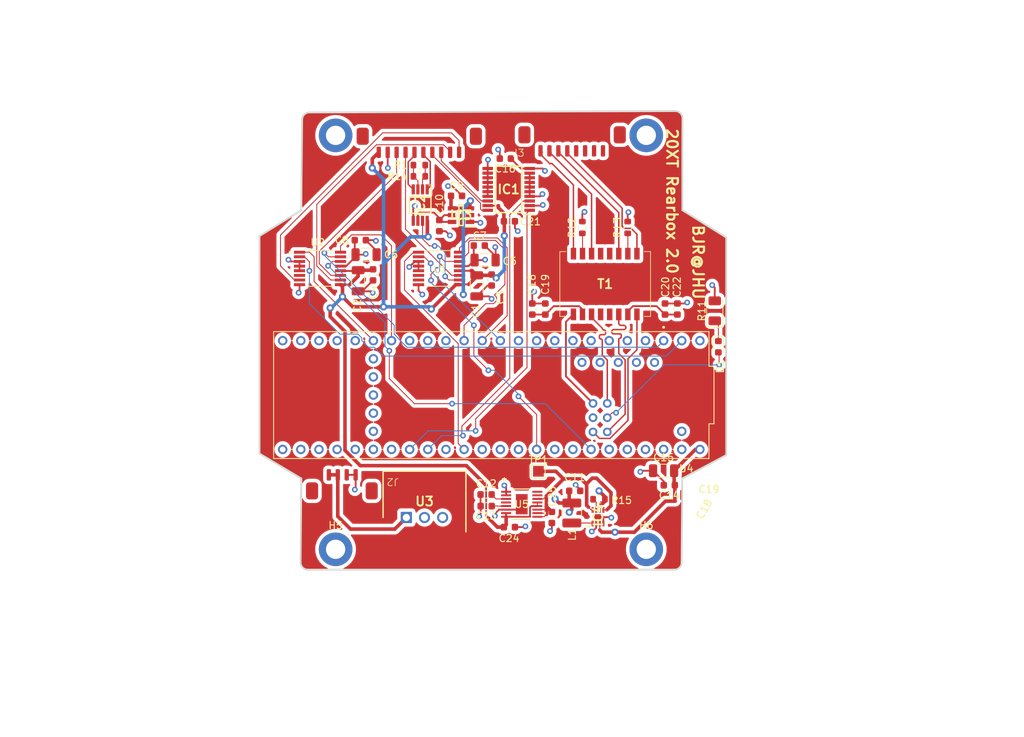
<source format=kicad_pcb>
(kicad_pcb (version 20221018) (generator pcbnew)
  (layers (0 "F.Cu" signal) (1 "In1.Cu" signal) (2 "In2.Cu" signal) (31 "B.Cu" signal) (34 "B.Paste" user) (35 "F.Paste" user) (36 "B.SilkS" user "B.Silkscreen") (37 "F.SilkS" user "F.Silkscreen") (38 "B.Mask" user) (39 "F.Mask" user) (44 "Edge.Cuts" user))
  (net 0 "")
  (net 1 "5vref")
  (net 2 "GND")
  (net 3 "5v")
  (net 4 "2.5v")
  (net 5 "Net-(U5-BYPASS)")
  (net 6 "Net-(U5-NR)")
  (net 7 "3v3")
  (net 8 "Net-(T1-TCT)")
  (net 9 "Net-(T1-RCT)")
  (net 10 "5.2v")
  (net 11 "Net-(D1-K)")
  (net 12 "Net-(D1-A)")
  (net 13 "Net-(IC1-A1)")
  (net 14 "Net-(IC1-A2)")
  (net 15 "hall1")
  (net 16 "hall2")
  (net 17 "sg-")
  (net 18 "Net-(IC2-RG_1)")
  (net 19 "Net-(IC2-RG_2)")
  (net 20 "sg+")
  (net 21 "sg")
  (net 22 "Net-(IC4-SW)")
  (net 23 "aux1")
  (net 24 "aux2")
  (net 25 "linpot1")
  (net 26 "linpot2")
  (net 27 "Net-(J2-Pin_1)")
  (net 32 "/Rx+")
  (net 33 "/Rx-")
  (net 34 "/Tx+")
  (net 35 "/Tx-")
  (net 36 "SCLK2")
  (net 37 "SCLK1")
  (net 38 "!CS2")
  (net 39 "SDI2")
  (net 40 "!CS1")
  (net 41 "SDI1")
  (net 42 "SDO2")
  (net 43 "drdy2")
  (net 44 "SDO1")
  (net 45 "drdy1")
  (net 46 "Net-(T1-CMT_2)")
  (net 47 "Net-(T1-CMT_1)")
  (net 48 "Td+")
  (net 49 "Td-")
  (net 52 "Rd+")
  (net 53 "Rd-")
  (net 65 "syncin1")
  (net 66 "syncin2")
  (net 67 "rst2")
  (net 68 "dout1")
  (net 69 "dclk1")
  (net 70 "dout2")
  (net 71 "dclk2")
  (net 100 "Net-(IC4-{slash}PG)")
  (footprint "Inductor_SMD:L_1210_3225Metric" (layer "F.Cu") (at 216.9668 97.106801 90)
    (fp_text reference "L1")
    (fp_text value "1uH")
  )
  (footprint "Capacitor_SMD:C_0603_1608Metric" (layer "F.Cu") (at 204.0128 59.6392 180)
    (fp_text reference "C7")
    (fp_text value "0.1u")
  )
  (footprint "MountingHole:MountingHole_2.7mm_M2.5_DIN965_Pad" (layer "F.Cu") (at 227.3954 102.196)
    (fp_text reference "H6")
    (fp_text value "MountingHole")
  )
  (footprint "Resistor_SMD:R_0603_1608Metric" (layer "F.Cu") (at 195.6186 49.9364 180)
    (fp_text reference "R14")
    (fp_text value "47")
  )
  (footprint "Capacitor_SMD:C_0603_1608Metric" (layer "F.Cu") (at 208.2292 56.2356)
    (fp_text reference "C21")
    (fp_text value "0.1uF")
  )
  (footprint "Capacitor_SMD:C_0603_1608Metric" (layer "F.Cu") (at 205.74 64.4652 90)
    (fp_text reference "C3")
    (fp_text value "0.1u")
  )
  (footprint "Capacitor_SMD:C_1206_3216Metric" (layer "F.Cu") (at 204.8256 61.6712)
    (fp_text reference "C5")
    (fp_text value "100u")
  )
  (footprint "Capacitor_SMD:C_1206_3216Metric" (layer "F.Cu") (at 203.6572 65.2798 -90)
    (fp_text reference "C1")
    (fp_text value "100u")
  )
  (footprint "Capacitor_SMD:C_0603_1608Metric" (layer "F.Cu") (at 204.965 94.516001 180)
    (fp_text reference "C12")
    (fp_text value "1 uF")
  )
  (footprint "Capacitor_SMD:C_0603_1608Metric" (layer "F.Cu") (at 198.4248 56.8452 -90)
    (fp_text reference "C10")
    (fp_text value "0.1uF")
  )
  (footprint "wireless_strain_gauge_v2:SOP65P640X120-16N" (layer "F.Cu") (at 198.374 62.8396)
    (fp_text reference "U1")
    (fp_text value "ADS1120IPWR")
  )
  (footprint "Capacitor_SMD:C_0603_1608Metric" (layer "F.Cu") (at 230.0224 68.5292 -90)
    (fp_text reference "C20")
    (fp_text value "1uF")
  )
  (footprint "Capacitor_SMD:C_1206_3216Metric" (layer "F.Cu") (at 188.1632 60.9092)
    (fp_text reference "C6")
    (fp_text value "100u")
  )
  (footprint "mainboxfp:SOT95P280X145-6N" (layer "F.Cu") (at 201.4528 55.372 180)
    (fp_text reference "IC3")
    (fp_text value "REF3425QDBVRQ1" hide)
  )
  (footprint "peripheralio:SMD_picoblade_hori_1x10" (layer "F.Cu") (at 186.8367 47.3689)
    (fp_text reference "J1" hide)
    (fp_text value "Conn_01x10")
  )
  (footprint "Capacitor_SMD:C_1206_3216Metric" (layer "F.Cu") (at 187.0456 64.5668 -90)
    (fp_text reference "C2")
    (fp_text value "100u")
  )
  (footprint "MountingHole:MountingHole_2.7mm_M2.5_DIN965_Pad" (layer "F.Cu") (at 183.8954 44.196)
    (fp_text reference "H2" hide)
    (fp_text value "MountingHole")
  )
  (footprint "mainboxfp:MSE_16_ADI" (layer "F.Cu") (at 209.9564 95.883601)
    (fp_text reference "U5")
    (fp_text value "LT6658AHMSE-5-PBF")
  )
  (footprint "Capacitor_SMD:C_0603_1608Metric" (layer "F.Cu") (at 214.1728 97.729401 -90)
    (fp_text reference "C25")
    (fp_text value "0.1 uF")
  )
  (footprint "wireless_strain_gauge_v2:SOP65P640X120-16N" (layer "F.Cu") (at 181.7116 62.8396)
    (fp_text reference "U2")
    (fp_text value "ADS1120IPWR")
  )
  (footprint "Capacitor_SMD:C_0603_1608Metric" (layer "F.Cu") (at 207.6574 47.4472 180)
    (fp_text reference "C16")
    (fp_text value "0.1uF")
  )
  (footprint "Resistor_SMD:R_0603_1608Metric" (layer "F.Cu") (at 220.7768 95.176401)
    (fp_text reference "R15")
    (fp_text value "1M")
  )
  (footprint "Capacitor_SMD:C_0603_1608Metric" (layer "F.Cu") (at 231.7496 68.5292 90)
    (fp_text reference "C22")
    (fp_text value "0.1uF")
  )
  (footprint "Capacitor_SMD:C_0603_1608Metric" (layer "F.Cu") (at 189.1284 63.741 90)
    (fp_text reference "C4")
    (fp_text value "0.1u")
  )
  (footprint "Capacitor_SMD:C_0603_1608Metric" (layer "F.Cu") (at 211.4296 68.5292 -90)
    (fp_text reference "C18")
    (fp_text value "1uF")
  )
  (footprint "MountingHole:MountingHole_2.7mm_M2.5_DIN965_Pad" (layer "F.Cu") (at 183.8954 102.196)
    (fp_text reference "H5")
    (fp_text value "MountingHole")
  )
  (footprint "Capacitor_SMD:C_0603_1608Metric" (layer "F.Cu") (at 200.8254 52.6796)
    (fp_text reference "C9")
    (fp_text value "0.1uF")
  )
  (footprint "Capacitor_SMD:C_1206_3216Metric" (layer "F.Cu") (at 229.8192 91.186)
    (fp_text reference "C15")
    (fp_text value "100uF")
  )
  (footprint "LED_SMD:LED_1206_3216Metric" (layer "F.Cu") (at 236.982 68.7832 90)
    (fp_text reference "R11")
    (fp_text value "330")
  )
  (footprint "Capacitor_SMD:C_0603_1608Metric" (layer "F.Cu") (at 217.3732 94.008001 180)
    (fp_text reference "C11")
    (fp_text value "4.7uF")
  )
  (footprint "wireless_strain_gauge_v2:SMD_picoblade_hori_1x04" (layer "F.Cu") (at 189.7987 90.9595 180)
    (fp_text reference "J2")
    (fp_text value "Conn_01x04")
  )
  (footprint "Capacitor_SMD:C_0603_1608Metric" (layer "F.Cu") (at 204.978 96.141601 180)
    (fp_text reference "C13")
    (fp_text value "0.1 uF")
  )
  (footprint "mainboxfp:SOP65P490X110-8N" (layer "F.Cu") (at 195.7422 53.9652 -90)
    (fp_text reference "IC2")
    (fp_text value "INA821ID" hide)
  )
  (footprint "Capacitor_SMD:C_0603_1608Metric" (layer "F.Cu") (at 230.619 93.218 180)
    (fp_text reference "C14")
    (fp_text value "0.1uF")
  )
  (footprint "mainboxfp:173010578" (layer "F.Cu") (at 193.802 97.7392)
    (fp_text reference "U3")
    (fp_text value "173010578" hide)
  )
  (footprint "peripheralio:SMD_picoblade_hori_1x08" (layer "F.Cu") (at 209.4835 47.1657)
    (fp_text reference "J3")
    (fp_text value "Conn_01x08")
  )
  (footprint "Magnetic_breakout:HX1188FNLT" (layer "F.Cu") (at 221.6404 65.024)
    (fp_text reference "T1")
    (fp_text value "HX1188FNLT" hide)
  )
  (footprint "MountingHole:MountingHole_2.7mm_M2.5_DIN965_Pad" (layer "F.Cu") (at 227.3955 44.1959)
    (fp_text reference "H4" hide)
    (fp_text value "MountingHole")
  )
  (footprint "mainboxfp:SON50P200X200X60-9N-D" (layer "F.Cu") (at 220.6364 97.630001 90)
    (fp_text reference "IC4")
    (fp_text value "MIC2876-5.5YMT-TR" hide)
  )
  (footprint "mainboxfp:SOP65P640X120-20N" (layer "F.Cu") (at 208.1276 51.7652 180)
    (fp_text reference "IC1")
    (fp_text value "TXB0108PWR" hide)
  )
  (footprint "Capacitor_SMD:C_0603_1608Metric" (layer "F.Cu") (at 208.2292 99.088001)
    (fp_text reference "C24")
    (fp_text value "1 uF")
  )
  (footprint "mainboxfp:MODULE_DEV-16771" (layer "F.Cu") (at 205.6948 80.5823 180)
    (fp_text reference "U4")
    (fp_text value "DEV-16771")
  )
  (footprint "Resistor_SMD:R_0603_1608Metric" (layer "F.Cu") (at 224.79 57.0992 90)
    (fp_text reference "R13")
    (fp_text value "75")
  )
  (footprint "Capacitor_SMD:C_0603_1608Metric" (layer "F.Cu") (at 213.2584 68.5292 90)
    (fp_text reference "C19")
    (fp_text value "0.1uF")
  )
  (footprint "Resistor_SMD:R_0603_1608Metric" (layer "F.Cu") (at 218.44 57.0992 90)
    (fp_text reference "R12")
    (fp_text value "75")
  )
  (footprint "Capacitor_SMD:C_0603_1608Metric" (layer "F.Cu") (at 187.3504 58.8772 180)
    (fp_text reference "C8")
    (fp_text value "0.1u")
  )
  (footprint "TestPoint:TestPoint_Pad_1.5x1.5mm" (layer "F.Cu") (at 212.2932 91.264801)
    (fp_text reference "TP1")
    (fp_text value "TestPoint")
  )
  (footprint "LED_SMD:LED_0603_1608Metric" (layer "F.Cu") (at 237.49 73.8124 -90)
    (fp_text reference "D1")
    (fp_text value "LED")
  )
  (footprint "Resistor_SMD:R_0603_1608Metric" (layer "F.Cu") (at 195.6186 48.3616 180)
    (fp_text reference "R1")
    (fp_text value "47")
  )
  (gr_line (start 238.5822 88.9889) (end 232.4354 92.2655) (stroke (width 0.25)) (layer "Edge.Cuts"))
  (gr_line (start 232.4354 46.127677) (end 232.4354 54.678972) (stroke (width 0.25)) (layer "Edge.Cuts"))
  (gr_line (start 179.0954 92.2655) (end 173.2534 88.7857) (stroke (width 0.25)) (layer "Edge.Cuts"))
  (gr_line (start 180.20938 40.991833) (end 231.452193 40.79625) (stroke (width 0.25)) (layer "Edge.Cuts"))
  (gr_arc (start 231.452193 40.79625) (mid 232.163429 41.089476) (end 232.455998 41.801003) (stroke (width 0.25)) (layer "Edge.Cuts"))
  (gr_line (start 238.5822 58.5089) (end 238.5822 88.9889) (stroke (width 0.25)) (layer "Edge.Cuts"))
  (gr_line (start 179.001816 104.033748) (end 179.0954 92.2655) (stroke (width 0.25)) (layer "Edge.Cuts"))
  (gr_line (start 231.341721 105.0417) (end 180.001784 105.0417) (stroke (width 0.25)) (layer "Edge.Cuts"))
  (gr_line (start 179.0954 54.678972) (end 179.21324 41.982545) (stroke (width 0.25)) (layer "Edge.Cuts"))
  (gr_line (start 232.4354 92.2655) (end 232.341689 104.049652) (stroke (width 0.25)) (layer "Edge.Cuts"))
  (gr_line (start 173.2534 58.3057) (end 179.0954 54.678972) (stroke (width 0.25)) (layer "Edge.Cuts"))
  (gr_line (start 232.4354 54.678972) (end 238.5822 58.5089) (stroke (width 0.25)) (layer "Edge.Cuts"))
  (gr_line (start 173.2534 88.7857) (end 173.2534 58.3057) (stroke (width 0.25)) (layer "Edge.Cuts"))
  (gr_arc (start 232.341689 104.049652) (mid 232.04601 104.751612) (end 231.341721 105.0417) (stroke (width 0.25)) (layer "Edge.Cuts"))
  (gr_line (start 232.455998 41.801003) (end 232.4354 46.127677) (stroke (width 0.25)) (layer "Edge.Cuts"))
  (gr_arc (start 179.21324 41.982545) (mid 179.508015 41.282772) (end 180.20938 40.991833) (stroke (width 0.25)) (layer "Edge.Cuts"))
  (gr_arc (start 180.001784 105.0417) (mid 179.291882 104.745984) (end 179.001816 104.033748) (stroke (width 0.25)) (layer "Edge.Cuts"))
  (gr_text "C19" (at 236.1692 93.7768) (layer "F.SilkS") (effects (font (size 1 1))))
  (gr_text "BJR@JHU" (at 233.7816 56.5912 -90) (layer "F.SilkS") (effects (font (size 1.5 1.5) (thickness 0.3) bold) (justify left bottom)))
  (gr_text "20XT Rearbox 2.0" (at 230.124 43.0784 270) (layer "F.SilkS") (effects (font (size 1.5 1.5) (thickness 0.3) bold) (justify left bottom)))
  (gr_text "C18" (at 235.5088 96.5708 60) (layer "F.SilkS") (effects (font (size 1 1))))
  (segment (start 202.5396 65.0748) (end 203.6572 63.9572) (width 0.5) (layer "F.Cu") (net 1))
  (segment (start 184.8612 65.3942) (end 184.5866 65.1196) (width 0.5) (layer "F.Cu") (net 1))
  (segment (start 205.2828 97.818001) (end 204.978 97.513201) (width 0.25) (layer "F.Cu") (net 1))
  (segment (start 207.4542 99.088001) (end 206.5528 99.088001) (width 0.5) (layer "F.Cu") (net 1))
  (segment (start 189.0026 63.0918) (end 189.1284 62.966) (width 0.5) (layer "F.Cu") (net 1))
  (segment (start 207.517 58.2676) (end 207.517 56.2984) (width 0.5) (layer "F.Cu") (net 1))
  (segment (start 200.7168 65.1196) (end 201.244 65.1196) (width 0.5) (layer "F.Cu") (net 1))
  (segment (start 206.6942 54.0402) (end 206.6942 54.3323) (width 0.5) (layer "F.Cu") (net 1))
  (segment (start 183.134 68.3768) (end 183.134 69.599546) (width 0.5) (layer "F.Cu") (net 1))
  (segment (start 211.3153 96.133601) (end 211.1173 96.331601) (width 0.25) (layer "F.Cu") (net 1))
  (segment (start 202.8444 63.1646) (end 201.244 63.1646) (width 0.25) (layer "F.Cu") (net 1))
  (segment (start 202.5396 65.0748) (end 201.2838 65.0748) (width 0.25) (layer "F.Cu") (net 1))
  (segment (start 212.1408 95.633601) (end 212.1408 96.133601) (width 0.127) (layer "F.Cu") (net 1))
  (segment (start 206.6942 54.3323) (end 207.4542 55.0923) (width 0.5) (layer "F.Cu") (net 1))
  (segment (start 206.6942 54.0402) (end 205.1896 54.0402) (width 0.25) (layer "F.Cu") (net 1))
  (segment (start 184.8612 66.802) (end 184.8612 65.3942) (width 0.5) (layer "F.Cu") (net 1))
  (segment (start 211.1173 97.614801) (end 211.098501 97.6336) (width 0.25) (layer "F.Cu") (net 1))
  (segment (start 184.8612 66.802) (end 186.277477 68.218277) (width 0.5) (layer "F.Cu") (net 1))
  (segment (start 196.856123 58.413877) (end 196.7422 58.299954) (width 0.5) (layer "F.Cu") (net 1))
  (segment (start 212.1408 96.133601) (end 211.3153 96.133601) (width 0.25) (layer "F.Cu") (net 1))
  (segment (start 189.0268 48.768) (end 189.0268 47.4788) (width 0.5) (layer "F.Cu") (net 1))
  (segment (start 186.277477 68.218277) (end 190.607723 68.218277) (width 0.5) (layer "F.Cu") (net 1))
  (segment (start 207.517 56.2984) (end 207.4542 56.2356) (width 0.5) (layer "F.Cu") (net 1))
  (segment (start 205.74 63.6902) (end 205.891368 63.6902) (width 0.5) (layer "F.Cu") (net 1))
  (segment (start 185.8646 65.1054) (end 187.0456 63.9244) (width 0.5) (layer "F.Cu") (net 1))
  (segment (start 187.356008 90.4748) (end 202.206799 90.4748) (width 0.5) (layer "F.Cu") (net 1))
  (segment (start 206.5528 99.088001) (end 205.2828 97.818001) (width 0.5) (layer "F.Cu") (net 1))
  (segment (start 204.965 94.993818) (end 204.965 93.233001) (width 0.25) (layer "F.Cu") (net 1))
  (segment (start 185.2088 88.327592) (end 187.356008 90.4748) (width 0.5) (layer "F.Cu") (net 1))
  (segment (start 207.772 97.6336) (end 207.772 97.133601) (width 0.25) (layer "F.Cu") (net 1))
  (segment (start 204.978 95.006818) (end 204.965 94.993818) (width 0.25) (layer "F.Cu") (net 1))
  (segment (start 183.134 69.599546) (end 185.2088 71.674346) (width 0.5) (layer "F.Cu") (net 1))
  (segment (start 202.9748 63.1646) (end 202.8444 63.1646) (width 0.25) (layer "F.Cu") (net 1))
  (segment (start 184.5866 65.1196) (end 184.5816 65.1196) (width 0.5) (layer "F.Cu") (net 1))
  (segment (start 197.297743 68.538657) (end 200.7168 65.1196) (width 0.5) (layer "F.Cu") (net 1))
  (segment (start 186.1694 63.1952) (end 184.569 63.1952) (width 0.25) (layer "F.Cu") (net 1))
  (segment (start 207.772 98.770201) (end 207.4542 99.088001) (width 0.5) (layer "F.Cu") (net 1))
  (segment (start 196.7422 58.299954) (end 196.7422 56.1652) (width 0.5) (layer "F.Cu") (net 1))
  (segment (start 205.6254 63.8048) (end 205.74 63.6902) (width 0.5) (layer "F.Cu") (net 1))
  (segment (start 203.6572 63.9572) (end 203.6572 63.8048) (width 0.5) (layer "F.Cu") (net 1))
  (segment (start 204.978 97.513201) (end 204.978 95.006818) (width 0.25) (layer "F.Cu") (net 1))
  (segment (start 187.0456 63.0918) (end 189.0026 63.0918) (width 0.5) (layer "F.Cu") (net 1))
  (segment (start 187.0456 63.9244) (end 187.0456 63.0918) (width 0.5) (layer "F.Cu") (net 1))
  (segment (start 203.6572 63.8048) (end 203.017 63.1646) (width 0.5) (layer "F.Cu") (net 1))
  (segment (start 207.4542 55.0923) (end 207.4542 56.2356) (width 0.5) (layer "F.Cu") (net 1))
  (segment (start 189.0268 47.4788) (end 189.9367 46.5689) (width 0.5) (layer "F.Cu") (net 1))
  (segment (start 185.2088 71.674346) (end 185.2088 88.327592) (width 0.5) (layer "F.Cu") (net 1))
  (segment (start 186.2998 63.1952) (end 186.1694 63.1952) (width 0.25) (layer "F.Cu") (net 1))
  (segment (start 202.206799 90.4748) (end 204.965 93.233001) (width 0.5) (layer "F.Cu") (net 1))
  (segment (start 211.098501 97.6336) (end 207.772 97.6336) (width 0.25) (layer "F.Cu") (net 1))
  (segment (start 185.8646 65.1054) (end 184.6088 65.1054) (width 0.25) (layer "F.Cu") (net 1))
  (segment (start 201.2838 65.0748) (end 201.244 65.1146) (width 0.127) (layer "F.Cu") (net 1))
  (segment (start 207.772 97.6336) (end 207.772 98.770201) (width 0.5) (layer "F.Cu") (net 1))
  (segment (start 203.017 63.1646) (end 202.8444 63.1646) (width 0.5) (layer "F.Cu") (net 1))
  (segment (start 211.1173 96.331601) (end 211.1173 97.614801) (width 0.25) (layer "F.Cu") (net 1))
  (segment (start 203.6572 63.8048) (end 205.6254 63.8048) (width 0.5) (layer "F.Cu") (net 1))
  (segment (start 205.891368 63.6902) (end 206.376565 64.175397) (width 0.5) (layer "F.Cu") (net 1))
  (via (at 196.856123 58.413877) (size 1) (drill 0.5) (layers "F.Cu" "B.Cu") (net 1))
  (via (at 183.134 68.3768) (size 1) (drill 0.5) (layers "F.Cu" "B.Cu") (net 1))
  (via (at 190.607723 68.218277) (size 1) (drill 0.5) (layers "F.Cu" "B.Cu") (net 1))
  (via (at 206.376565 64.175397) (size 1) (drill 0.5) (layers "F.Cu" "B.Cu") (net 1))
  (via (at 189.0268 48.768) (size 1) (drill 0.5) (layers "F.Cu" "B.Cu") (net 1))
  (via (at 207.517 58.2676) (size 1) (drill 0.5) (layers "F.Cu" "B.Cu") (net 1))
  (via (at 197.297743 68.538657) (size 1) (drill 0.5) (layers "F.Cu" "B.Cu") (net 1))
  (via (at 184.8612 66.802) (size 1) (drill 0.5) (layers "F.Cu" "B.Cu") (net 1))
  (segment (start 197.297743 68.538657) (end 196.977363 68.218277) (width 0.5) (layer "B.Cu") (net 1))
  (segment (start 207.517 63.034962) (end 207.517 58.2676) (width 0.5) (layer "B.Cu") (net 1))
  (segment (start 196.977363 68.218277) (end 190.607723 68.218277) (width 0.5) (layer "B.Cu") (net 1))
  (segment (start 190.607723 62.173077) (end 190.607723 68.218277) (width 0.5) (layer "B.Cu") (net 1))
  (segment (start 190.607723 68.218277) (end 190.607723 50.348923) (width 0.5) (layer "B.Cu") (net 1))
  (segment (start 194.366923 58.413877) (end 190.607723 62.173077) (width 0.5) (layer "B.Cu") (net 1))
  (segment (start 196.856123 58.413877) (end 194.366923 58.413877) (width 0.5) (layer "B.Cu") (net 1))
  (segment (start 206.376565 64.175397) (end 207.517 63.034962) (width 0.5) (layer "B.Cu") (net 1))
  (segment (start 183.134 68.3768) (end 183.2864 68.3768) (width 0.5) (layer "B.Cu") (net 1))
  (segment (start 183.2864 68.3768) (end 184.8612 66.802) (width 0.5) (layer "B.Cu") (net 1))
  (segment (start 190.607723 50.348923) (end 189.0268 48.768) (width 0.5) (layer "B.Cu") (net 1))
  (segment (start 221.3864 98.580001) (end 221.3864 97.690328) (width 0.25) (layer "F.Cu") (net 2))
  (segment (start 195.504 61.8646) (end 195.504 63.1646) (width 0.25) (layer "F.Cu") (net 2))
  (segment (start 220.3864 98.580001) (end 220.3864 99.173229) (width 0.25) (layer "F.Cu") (net 2))
  (segment (start 204.0484 56.322) (end 204.1652 56.4388) (width 0.25) (layer "F.Cu") (net 2))
  (segment (start 232.9818 67.7542) (end 233.1212 67.6148) (width 0.25) (layer "F.Cu") (net 2))
  (segment (start 195.504 61.8646) (end 194.9828 61.8646) (width 0.25) (layer "F.Cu") (net 2))
  (segment (start 207.772 94.633601) (end 207.772 94.133599) (width 0.25) (layer "F.Cu") (net 2))
  (segment (start 213.2584 67.7542) (end 211.4296 67.7542) (width 0.25) (layer "F.Cu") (net 2))
  (segment (start 229.844 93.218) (end 229.844 92.6858) (width 0.25) (layer "F.Cu") (net 2))
  (segment (start 221.326073 97.630001) (end 220.6364 97.630001) (width 0.25) (layer "F.Cu") (net 2))
  (segment (start 202.7028 56.322) (end 204.0484 56.322) (width 0.25) (layer "F.Cu") (net 2))
  (segment (start 209.0042 99.088001) (end 210.3628 99.088001) (width 0.25) (layer "F.Cu") (net 2))
  (segment (start 178.8416 61.8646) (end 177.5362 61.8646) (width 0.25) (layer "F.Cu") (net 2))
  (segment (start 206.3006 59.895) (end 206.248 59.8424) (width 0.25) (layer "F.Cu") (net 2))
  (segment (start 231.7496 67.7542) (end 232.9818 67.7542) (width 0.25) (layer "F.Cu") (net 2))
  (segment (start 224.79 55.0672) (end 224.8916 54.9656) (width 0.25) (layer "F.Cu") (net 2))
  (segment (start 207.772 96.633599) (end 206.783802 96.633599) (width 0.25) (layer "F.Cu") (net 2))
  (segment (start 209.0042 56.2356) (end 209.0042 57.2138) (width 0.25) (layer "F.Cu") (net 2))
  (segment (start 207.772 93.500001) (end 207.518 93.246001) (width 0.25) (layer "F.Cu") (net 2))
  (segment (start 187.6026 66.0418) (end 187.0456 66.0418) (width 0.25) (layer "F.Cu") (net 2))
  (segment (start 199.3014 57.6202) (end 199.898 58.2168) (width 0.25) (layer "F.Cu") (net 2))
  (segment (start 226.7204 91.186) (end 226.568 91.3384) (width 0.25) (layer "F.Cu") (net 2))
  (segment (start 206.3006 61.6712) (end 206.3006 61.152) (width 0.25) (layer "F.Cu") (net 2))
  (segment (start 206.8824 46.4052) (end 206.6544 46.1772) (width 0.25) (layer "F.Cu") (net 2))
  (segment (start 194.9828 61.8646) (end 194.211 62.6364) (width 0.25) (layer "F.Cu") (net 2))
  (segment (start 206.8824 47.4472) (end 206.8824 46.4052) (width 0.25) (layer "F.Cu") (net 2))
  (segment (start 178.8416 65.1146) (end 178.8416 66.116) (width 0.25) (layer "F.Cu") (net 2))
  (segment (start 204.19 94.516001) (end 204.19 96.128601) (width 0.25) (layer "F.Cu") (net 2))
  (segment (start 189.6382 60.39) (end 188.1254 58.8772) (width 0.25) (layer "F.Cu") (net 2))
  (segment (start 229.844 92.6858) (end 228.3442 91.186) (width 0.25) (layer "F.Cu") (net 2))
  (segment (start 205.1718 65.2402) (end 203.6572 66.7548) (width 0.25) (layer "F.Cu") (net 2))
  (segment (start 211.4296 67.7542) (end 211.4296 66.3448) (width 0.25) (layer "F.Cu") (net 2))
  (segment (start 194.7672 54.3052) (end 194.9704 54.102) (width 0.25) (layer "F.Cu") (net 2))
  (segment (start 177.5362 61.8646) (end 177.292 61.6204) (width 0.25) (layer "F.Cu") (net 2))
  (segment (start 222.427127 97.690328) (end 222.504 97.767201) (width 0.25) (layer "F.Cu") (net 2))
  (segment (start 220.3864 99.173229) (end 219.862028 99.697601) (width 0.25) (layer "F.Cu") (net 2))
  (segment (start 218.44 55.2196) (end 218.7448 54.9148) (width 0.25) (layer "F.Cu") (net 2))
  (segment (start 186.6987 91.7595) (end 186.6987 93.7173) (width 0.25) (layer "F.Cu") (net 2))
  (segment (start 221.3864 97.690328) (end 222.427127 97.690328) (width 0.25) (layer "F.Cu") (net 2))
  (segment (start 224.79 56.2742) (end 224.79 55.0672) (width 0.25) (layer "F.Cu") (net 2))
  (segment (start 219.862028 99.697601) (end 219.7608 99.697601) (width 0.25) (layer "F.Cu") (net 2))
  (segment (start 207.772 96.633599) (end 209.206402 96.633599) (width 0.25) (layer "F.Cu") (net 2))
  (segment (start 194.7672 56.1652) (end 194.7672 54.3052) (width 0.25) (layer "F.Cu") (net 2))
  (segment (start 209.206402 96.633599) (end 209.9564 95.883601) (width 0.25) (layer "F.Cu") (net 2))
  (segment (start 200.2288 51.308) (end 199.644 51.308) (width 0.25) (layer "F.Cu") (net 2))
  (segment (start 203.6572 66.7548) (end 205.388 66.7548) (width 0.25) (layer "F.Cu") (net 2))
  (segment (start 186.6987 93.7173) (end 186.5884 93.8276) (width 0.25) (layer "F.Cu") (net 2))
  (segment (start 207.772 94.133599) (end 207.772 93.500001) (width 0.25) (layer "F.Cu") (net 2))
  (segment (start 191.1867 48.7435) (end 191.2112 48.768) (width 0.25) (layer "F.Cu") (net 2))
  (segment (start 206.3006 61.6712) (end 206.3006 59.895) (width 0.25) (layer "F.Cu") (net 2))
  (segment (start 195.504 65.964) (end 196.0372 66.4972) (width 0.25) (layer "F.Cu") (net 2))
  (segment (start 205.388 66.7548) (end 205.74 67.1068) (width 0.25) (layer "F.Cu") (net 2))
  (segment (start 236.982 67.3832) (end 236.982 65.532) (width 0.25) (layer "F.Cu") (net 2))
  (segment (start 218.44 56.2742) (end 218.44 55.2196) (width 0.25) (layer "F.Cu") (net 2))
  (segment (start 205.74 65.2402) (end 205.1718 65.2402) (width 0.25) (layer "F.Cu") (net 2))
  (segment (start 209.0042 57.2138) (end 209.3976 57.6072) (width 0.25) (layer "F.Cu") (net 2))
  (segment (start 201.6004 52.6796) (end 200.2288 51.308) (width 0.25) (layer "F.Cu") (net 2))
  (segment (start 189.1284 64.516) (end 187.6026 66.0418) (width 0.25) (layer "F.Cu") (net 2))
  (segment (start 205.1896 48.8402) (end 205.1896 47.642) (width 0.25) (layer "F.Cu") (net 2))
  (segment (start 210.3628 99.088001) (end 210.4644 98.986401) (width 0.25) (layer "F.Cu") (net 2))
  (segment (start 206.783802 96.633599) (end 206.1972 97.220201) (width 0.25) (layer "F.Cu") (net 2))
  (segment (start 218.1482 93.825005) (end 217.504296 93.181101) (width 0.25) (layer "F.Cu") (net 2))
  (segment (start 195.504 65.1146) (end 195.504 65.964) (width 0.25) (layer "F.Cu") (net 2))
  (segment (start 178.8416 61.8646) (end 178.8416 63.1646) (width 0.25) (layer "F.Cu") (net 2))
  (segment (start 189.6382 60.9092) (end 189.6382 60.39) (width 0.25) (layer "F.Cu") (net 2))
  (segment (start 204.203 96.141601) (end 204.203 97.424601) (width 0.25) (layer "F.Cu") (net 2))
  (segment (start 214.1728 98.504401) (end 214.1728 99.392801) (width 0.25) (layer "F.Cu") (net 2))
  (segment (start 185.4487 91.7595) (end 186.6987 91.7595) (width 0.25) (layer "F.Cu") (net 2))
  (segment (start 188.8762 66.0418) (end 189.0776 66.2432) (width 0.25) (layer "F.Cu") (net 2))
  (segment (start 189.4332 58.8772) (end 189.5348 58.9788) (width 0.25) (layer "F.Cu") (net 2))
  (segment (start 230.0224 67.7542) (end 231.7496 67.7542) (width 0.25) (layer "F.Cu") (net 2))
  (segment (start 188.1254 58.8772) (end 189.4332 58.8772) (width 0.25) (layer "F.Cu") (net 2))
  (segment (start 205.1896 52.7402) (end 205.1896 48.8402) (width 0.25) (layer "F.Cu") (net 2))
  (segment (start 191.1867 46.5689) (end 191.1867 48.7435) (width 0.25) (layer "F.Cu") (net 2))
  (segment (start 204.203 97.424601) (end 204.0128 97.614801) (width 0.25) (layer "F.Cu") (net 2))
  (segment (start 206.1972 97.220201) (end 206.1972 97.513201) (width 0.25) (layer "F.Cu") (net 2))
  (segment (start 178.8416 66.116) (end 178.7144 66.2432) (width 0.25) (layer "F.Cu") (net 2))
  (segment (start 205.1896 47.642) (end 205.232 47.5996) (width 0.25) (layer "F.Cu") (net 2))
  (segment (start 198.4248 57.6202) (end 199.3014 57.6202) (width 0.25) (layer "F.Cu") (net 2))
  (segment (start 236.982 65.532) (end 236.6264 65.1764) (width 0.25) (layer "F.Cu") (net 2))
  (segment (start 187.0456 66.0418) (end 188.8762 66.0418) (width 0.25) (layer "F.Cu") (net 2))
  (segment (start 211.4296 66.3448) (end 211.6836 66.0908) (width 0.25) (layer "F.Cu") (net 2))
  (segment (start 206.3006 61.152) (end 204.7878 59.6392) (width 0.25) (layer "F.Cu") (net 2))
  (segment (start 211.0656 52.7402) (end 212.5374 52.7402) (width 0.25) (layer "F.Cu") (net 2))
  (segment (start 202.7028 55.372) (end 202.7028 56.322) (width 0.25) (layer "F.Cu") (net 2))
  (segment (start 228.3442 91.186) (end 226.7204 91.186) (width 0.25) (layer "F.Cu") (net 2))
  (segment (start 212.5374 52.7402) (end 212.852 52.4256) (width 0.25) (layer "F.Cu") (net 2))
  (segment (start 214.1728 99.392801) (end 213.9188 99.646801) (width 0.25) (layer "F.Cu") (net 2))
  (segment (start 211.0656 49.4902) (end 211.0656 52.7402) (width 0.25) (layer "F.Cu") (net 2))
  (segment (start 221.3864 97.690328) (end 221.326073 97.630001) (width 0.25) (layer "F.Cu") (net 2))
  (via (at 217.504296 93.181101) (size 0.8) (drill 0.4) (layers "F.Cu" "B.Cu") (net 2))
  (via (at 199.898 58.2168) (size 0.8) (drill 0.4) (layers "F.Cu" "B.Cu") (net 2))
  (via (at 210.4644 98.986401) (size 0.8) (drill 0.4) (layers "F.Cu" "B.Cu") (net 2))
  (via (at 186.5884 93.8276) (size 0.8) (drill 0.4) (layers "F.Cu" "B.Cu") (net 2))
  (via (at 209.3976 57.6072) (size 0.8) (drill 0.4) (layers "F.Cu" "B.Cu") (net 2))
  (via (at 206.6544 46.1772) (size 0.8) (drill 0.4) (layers "F.Cu" "B.Cu") (net 2))
  (via (at 189.5348 58.9788) (size 0.8) (drill 0.4) (layers "F.Cu" "B.Cu") (net 2))
  (via (at 206.248 59.8424) (size 0.8) (drill 0.4) (layers "F.Cu" "B.Cu") (net 2))
  (via (at 236.6264 65.1764) (size 0.8) (drill 0.4) (layers "F.Cu" "B.Cu") (net 2))
  (via (at 206.1972 97.513201) (size 0.8) (drill 0.4) (layers "F.Cu" "B.Cu") (net 2))
  (via (at 218.7448 54.9148) (size 0.8) (drill 0.4) (layers "F.Cu" "B.Cu") (net 2))
  (via (at 196.0372 66.4972) (size 0.8) (drill 0.4) (layers "F.Cu" "B.Cu") (net 2))
  (via (at 194.9704 54.102) (size 0.8) (drill 0.4) (layers "F.Cu" "B.Cu") (net 2))
  (via (at 233.1212 67.6148) (size 0.8) (drill 0.4) (layers "F.Cu" "B.Cu") (net 2))
  (via (at 212.852 52.4256) (size 0.8) (drill 0.4) (layers "F.Cu" "B.Cu") (net 2))
  (via (at 222.504 97.767201) (size 0.8) (drill 0.4) (layers "F.Cu" "B.Cu") (net 2))
  (via (at 226.568 91.3384) (size 0.8) (drill 0.4) (layers "F.Cu" "B.Cu") (net 2))
  (via (at 213.9188 99.646801) (size 0.8) (drill 0.4) (layers "F.Cu" "B.Cu") (net 2))
  (via (at 177.292 61.6204) (size 0.8) (drill 0.4) (layers "F.Cu" "B.Cu") (net 2))
  (via (at 204.1652 56.4388) (size 0.8) (drill 0.4) (layers "F.Cu" "B.Cu") (net 2))
  (via (at 189.0776 66.2432) (size 0.8) (drill 0.4) (layers "F.Cu" "B.Cu") (net 2))
  (via (at 205.232 47.5996) (size 0.8) (drill 0.4) (layers "F.Cu" "B.Cu") (net 2))
  (via (at 194.211 62.6364) (size 0.8) (drill 0.4) (layers "F.Cu" "B.Cu") (net 2))
  (via (at 219.7608 99.697601) (size 0.8) (drill 0.4) (layers "F.Cu" "B.Cu") (net 2))
  (via (at 191.2112 48.768) (size 0.8) (drill 0.4) (layers "F.Cu" "B.Cu") (net 2))
  (via (at 204.0128 97.614801) (size 0.8) (drill 0.4) (layers "F.Cu" "B.Cu") (net 2))
  (via (at 199.644 51.308) (size 0.8) (drill 0.4) (layers "F.Cu" "B.Cu") (net 2))
  (via (at 205.74 67.1068) (size 0.8) (drill 0.4) (layers "F.Cu" "B.Cu") (net 2))
  (via (at 207.518 93.246001) (size 0.8) (drill 0.4) (layers "F.Cu" "B.Cu") (net 2))
  (via (at 211.6836 66.0908) (size 0.8) (drill 0.4) (layers "F.Cu" "B.Cu") (net 2))
  (via (at 224.8916 54.9656) (size 0.8) (drill 0.4) (layers "F.Cu" "B.Cu") (net 2))
  (via (at 178.7144 66.2432) (size 0.8) (drill 0.4) (layers "F.Cu" "B.Cu") (net 2))
  (segment (start 220.8864 98.580001) (end 220.8864 99.486401) (width 0.127) (layer "F.Cu") (net 3))
  (segment (start 200.0504 54.2696) (end 200.2028 54.422) (width 0.5) (layer "F.Cu") (net 3))
  (segment (start 231.394 93.218) (end 231.394 95.4024) (width 0.5) (layer "F.Cu") (net 3))
  (segment (start 221.6018 95.469001) (end 221.3356 95.735201) (width 0.5) (layer "F.Cu") (net 3))
  (segment (start 221.1832 99.799201) (end 223.012 99.799201) (width 0.5) (layer "F.Cu") (net 3))
  (segment (start 200.0504 52.6796) (end 200.0504 54.2696) (width 0.5) (layer "F.Cu") (net 3))
  (segment (start 220.8784 99.494401) (end 221.1832 99.799201) (width 0.5) (layer "F.Cu") (net 3))
  (segment (start 216.9668 96.649601) (end 216.6112 97.005201) (width 0.5) (layer "F.Cu") (net 3))
  (segment (start 221.3356 95.735201) (end 221.0816 95.735201) (width 0.5) (layer "F.Cu") (net 3))
  (segment (start 220.7768 94.008001) (end 221.6018 94.833001) (width 0.5) (layer "F.Cu") (net 3))
  (segment (start 216.9668 95.706801) (end 216.9668 96.649601) (width 0.5) (layer "F.Cu") (net 3))
  (segment (start 216.9668 95.706801) (end 215.188401 95.706801) (width 0.5) (layer "F.Cu") (net 3))
  (segment (start 215.188401 95.706801) (end 214.63 95.1484) (width 0.5) (layer "F.Cu") (net 3))
  (segment (start 231.2942 91.186) (end 231.2942 93.1182) (width 0.5) (layer "F.Cu") (net 3))
  (segment (start 234.9048 88.2023) (end 234.2779 88.2023) (width 0.5) (layer "F.Cu") (net 3))
  (segment (start 221.6018 95.176401) (end 221.6018 95.469001) (width 0.5) (layer "F.Cu") (net 3))
  (segment (start 231.2942 93.1182) (end 231.394 93.218) (width 0.5) (layer "F.Cu") (net 3))
  (segment (start 221.0816 95.735201) (end 220.8864 95.930401) (width 0.127) (layer "F.Cu") (net 3))
  (segment (start 202.7028 54.422) (end 202.7028 53.4308) (width 0.5) (layer "F.Cu") (net 3))
  (segment (start 220.8864 99.486401) (end 220.8784 99.494401) (width 0.127) (layer "F.Cu") (net 3))
  (segment (start 234.2779 88.2023) (end 231.2942 91.186) (width 0.5) (layer "F.Cu") (net 3))
  (segment (start 230.0732 95.4532) (end 231.4448 95.4532) (width 0.5) (layer "F.Cu") (net 3))
  (segment (start 216.5982 94.008001) (end 216.5982 95.338201) (width 0.5) (layer "F.Cu") (net 3))
  (segment (start 223.012 99.799201) (end 225.727199 99.799201) (width 0.5) (layer "F.Cu") (net 3))
  (segment (start 221.6018 94.833001) (end 221.6018 95.176401) (width 0.5) (layer "F.Cu") (net 3))
  (segment (start 202.7028 53.4308) (end 202.763503 53.370097) (width 0.5) (layer "F.Cu") (net 3))
  (segment (start 200.2028 54.422) (end 202.7028 54.422) (width 0.5) (layer "F.Cu") (net 3))
  (segment (start 225.727199 99.799201) (end 230.0732 95.4532) (width 0.5) (layer "F.Cu") (net 3))
  (segment (start 220.8864 95.930401) (end 220.8864 96.680001) (width 0.127) (layer "F.Cu") (net 3))
  (via (at 223.012 99.799201) (size 1) (drill 0.5) (layers "F.Cu" "B.Cu") (net 3))
  (via (at 220.7768 94.008001) (size 1) (drill 0.5) (layers "F.Cu" "B.Cu") (net 3))
  (via (at 214.63 95.1484) (size 1) (drill 0.5) (layers "F.Cu" "B.Cu") (net 3))
  (via (at 201.7776 66.4972) (size 1) (drill 0.5) (layers "F.Cu" "B.Cu") (net 3))
  (via (at 216.6112 97.005201) (size 1) (drill 0.5) (layers "F.Cu" "B.Cu") (net 3))
  (via (at 202.763503 53.370097) (size 1) (drill 0.5) (layers "F.Cu" "B.Cu") (net 3))
  (segment (start 202.763503 53.370097) (end 201.7776 54.356) (width 0.5) (layer "B.Cu") (net 3))
  (segment (start 201.7776 54.356) (end 201.7776 66.4972) (width 0.5) (layer "B.Cu") (net 3))
  (segment (start 195.4172 55.2152) (end 195.4172 56.1652) (width 0.25) (layer "F.Cu") (net 4))
  (segment (start 197.6628 55.0164) (end 195.616 55.0164) (width 0.25) (layer "F.Cu") (net 4))
  (segment (start 198.4248 55.7784) (end 197.6628 55.0164) (width 0.25) (layer "F.Cu") (net 4))
  (segment (start 198.6766 56.322) (end 198.4248 56.0702) (width 0.25) (layer "F.Cu") (net 4))
  (segment (start 195.616 55.0164) (end 195.4172 55.2152) (width 0.25) (layer "F.Cu") (net 4))
  (segment (start 198.4248 56.0702) (end 198.4248 55.7784) (width 0.25) (layer "F.Cu") (net 4))
  (segment (start 199.123 55.372) (end 198.4248 56.0702) (width 0.25) (layer "F.Cu") (net 4))
  (segment (start 200.2028 56.322) (end 198.6766 56.322) (width 0.25) (layer "F.Cu") (net 4))
  (segment (start 200.2028 55.372) (end 199.123 55.372) (width 0.25) (layer "F.Cu") (net 4))
  (segment (start 207.772 95.1336) (end 206.357599 95.1336) (width 0.127) (layer "F.Cu") (net 5))
  (segment (start 206.357599 95.1336) (end 205.74 94.516001) (width 0.127) (layer "F.Cu") (net 5))
  (segment (start 207.772 96.133601) (end 205.761 96.133601) (width 0.127) (layer "F.Cu") (net 6))
  (segment (start 201.244 62.5146) (end 202.5072 62.5146) (width 0.25) (layer "F.Cu") (net 7))
  (segment (start 186.5754 58.8772) (end 186.5754 60.7964) (width 0.25) (layer "F.Cu") (net 7))
  (segment (start 211.0656 54.0402) (end 212.8122 54.0402) (width 0.25) (layer "F.Cu") (net 7))
  (segment (start 212.8734 48.8402) (end 213.2076 49.1744) (width 0.25) (layer "F.Cu") (net 7))
  (segment (start 188.0108 60.9092) (end 188.1124 60.8076) (width 0.25) (layer "F.Cu") (net 7))
  (segment (start 212.8122 54.0402) (end 212.9028 53.9496) (width 0.25) (layer "F.Cu") (net 7))
  (segment (start 186.5754 60.7964) (end 186.6882 60.9092) (width 0.25) (layer "F.Cu") (net 7))
  (segment (start 203.2378 59.6392) (end 203.2378 61.5584) (width 0.25) (layer "F.Cu") (net 7))
  (segment (start 186.6882 60.9092) (end 186.6882 61.195611) (width 0.25) (layer "F.Cu") (net 7))
  (segment (start 203.3506 61.6712) (end 204.7748 61.6712) (width 0.25) (layer "F.Cu") (net 7))
  (segment (start 209.8254 48.8402) (end 211.0656 48.8402) (width 0.25) (layer "F.Cu") (net 7))
  (segment (start 186.6882 60.9092) (end 188.0108 60.9092) (width 0.25) (layer "F.Cu") (net 7))
  (segment (start 203.2378 61.5584) (end 203.3506 61.6712) (width 0.25) (layer "F.Cu") (net 7))
  (segment (start 208.4324 47.4472) (end 209.8254 48.8402) (width 0.25) (layer "F.Cu") (net 7))
  (segment (start 202.5072 62.5146) (end 203.3506 61.6712) (width 0.25) (layer "F.Cu") (net 7))
  (segment (start 185.369211 62.5146) (end 184.5816 62.5146) (width 0.25) (layer "F.Cu") (net 7))
  (segment (start 204.7748 61.6712) (end 204.8256 61.6204) (width 0.25) (layer "F.Cu") (net 7))
  (segment (start 186.6882 61.195611) (end 185.369211 62.5146) (width 0.25) (layer "F.Cu") (net 7))
  (segment (start 211.0656 48.8402) (end 212.8734 48.8402) (width 0.25) (layer "F.Cu") (net 7))
  (via (at 204.8256 61.6204) (size 0.8) (drill 0.4) (layers "F.Cu" "B.Cu") (net 7))
  (via (at 212.9028 53.9496) (size 0.8) (drill 0.4) (layers "F.Cu" "B.Cu") (net 7))
  (via (at 213.2076 49.1744) (size 0.8) (drill 0.4) (layers "F.Cu" "B.Cu") (net 7))
  (via (at 188.1124 60.8076) (size 0.8) (drill 0.4) (layers "F.Cu" "B.Cu") (net 7))
  (segment (start 211.4296 69.3042) (end 213.2584 69.3042) (width 0.25) (layer "F.Cu") (net 8))
  (segment (start 217.989 68.129) (end 218.4654 68.6054) (width 0.25) (layer "F.Cu") (net 8))
  (segment (start 218.4654 68.6054) (end 218.4654 69.279) (width 0.25) (layer "F.Cu") (net 8))
  (segment (start 214.4336 68.129) (end 217.989 68.129) (width 0.25) (layer "F.Cu") (net 8))
  (segment (start 213.2584 69.3042) (end 214.4336 68.129) (width 0.25) (layer "F.Cu") (net 8))
  (segment (start 224.8154 68.834) (end 225.5266 68.1228) (width 0.25) (layer "F.Cu") (net 9))
  (segment (start 228.841 68.1228) (end 230.0224 69.3042) (width 0.25) (layer "F.Cu") (net 9))
  (segment (start 225.5266 68.1228) (end 228.841 68.1228) (width 0.25) (layer "F.Cu") (net 9))
  (segment (start 224.8154 69.279) (end 224.8154 68.834) (width 0.25) (layer "F.Cu") (net 9))
  (segment (start 230.0224 69.3042) (end 231.7496 69.3042) (width 0.25) (layer "F.Cu") (net 9))
  (segment (start 222.4518 94.260601) (end 220.4212 92.230001) (width 0.5) (layer "F.Cu") (net 10))
  (segment (start 218.9988 93.058001) (end 218.2724 92.331601) (width 0.5) (layer "F.Cu") (net 10))
  (segment (start 219.3036 96.294001) (end 219.0482 96.038601) (width 0.5) (layer "F.Cu") (net 10))
  (segment (start 213.4108 94.719201) (end 212.996398 95.133603) (width 0.127) (layer "F.Cu") (net 10))
  (segment (start 219.8864 96.680001) (end 219.6896 96.680001) (width 0.127) (layer "F.Cu") (net 10))
  (segment (start 219.8268 92.230001) (end 218.9988 93.058001) (width 0.5) (layer "F.Cu") (net 10))
  (segment (start 213.4108 96.548001) (end 213.4108 97.310001) (width 0.5) (layer "F.Cu") (net 10))
  (segment (start 215.7984 92.331601) (end 213.4108 94.719201) (width 0.5) (layer "F.Cu") (net 10))
  (segment (start 222.4518 96.092201) (end 222.4518 94.260601) (width 0.5) (layer "F.Cu") (net 10))
  (segment (start 213.4108 97.310001) (end 213.2344 97.133601) (width 0.127) (layer "F.Cu") (net 10))
  (segment (start 212.996398 95.133603) (end 212.1408 95.133603) (width 0.127) (layer "F.Cu") (net 10))
  (segment (start 213.4108 94.719201) (end 213.4108 96.192401) (width 0.5) (layer "F.Cu") (net 10))
  (segment (start 213.4108 96.192401) (end 214.1728 96.954401) (width 0.5) (layer "F.Cu") (net 10))
  (segment (start 221.8944 96.649601) (end 222.4518 96.092201) (width 0.5) (layer "F.Cu") (net 10))
  (segment (start 213.087198 97.633603) (end 212.1408 97.633603) (width 0.127) (layer "F.Cu") (net 10))
  (segment (start 214.7316 91.264801) (end 215.7984 92.331601) (width 0.5) (layer "F.Cu") (net 10))
  (segment (start 213.2344 97.133601) (end 212.1408 97.133601) (width 0.127) (layer "F.Cu") (net 10))
  (segment (start 213.4108 96.192401) (end 213.4108 96.548001) (width 0.5) (layer "F.Cu") (net 10))
  (segment (start 213.4108 97.310001) (end 213.087198 97.633603) (width 0.127) (layer "F.Cu") (net 10))
  (segment (start 212.2932 91.264801) (end 214.7316 91.264801) (width 0.5) (layer "F.Cu") (net 10))
  (segment (start 213.4108 96.548001) (end 213.325199 96.633602) (width 0.127) (layer "F.Cu") (net 10))
  (segment (start 219.6896 96.680001) (end 219.3036 96.294001) (width 0.127) (layer "F.Cu") (net 10))
  (segment (start 221.3864 96.680001) (end 221.864 96.680001) (width 0.127) (layer "F.Cu") (net 10))
  (segment (start 220.4212 92.230001) (end 219.8268 92.230001) (width 0.5) (layer "F.Cu") (net 10))
  (segment (start 221.864 96.680001) (end 221.8944 96.649601) (width 0.127) (layer "F.Cu") (net 10))
  (segment (start 219.0482 93.107401) (end 218.9988 93.058001) (width 0.5) (layer "F.Cu") (net 10))
  (segment (start 213.325199 96.633602) (end 212.1408 96.633602) (width 0.127) (layer "F.Cu") (net 10))
  (segment (start 218.2724 92.331601) (end 215.7984 92.331601) (width 0.5) (layer "F.Cu") (net 10))
  (segment (start 219.0482 96.038601) (end 219.0482 93.107401) (width 0.5) (layer "F.Cu") (net 10))
  (segment (start 237.49 73.0249) (end 237.49 70.6912) (width 0.127) (layer "F.Cu") (net 11))
  (segment (start 237.49 70.6912) (end 236.982 70.1832) (width 0.127) (layer "F.Cu") (net 11))
  (segment (start 221.9348 83.7523) (end 222.6291 83.058) (width 0.127) (layer "F.Cu") (net 12))
  (segment (start 222.6291 83.058) (end 223.1644 83.058) (width 0.127) (layer "F.Cu") (net 12))
  (segment (start 237.5916 74.7015) (end 237.49 74.5999) (width 0.127) (layer "F.Cu") (net 12))
  (segment (start 237.5916 76.3524) (end 237.5916 74.7015) (width 0.127) (layer "F.Cu") (net 12))
  (via (at 223.1644 83.058) (size 0.8) (drill 0.4) (layers "F.Cu" "B.Cu") (net 12))
  (via (at 237.5916 76.3524) (size 0.8) (drill 0.4) (layers "F.Cu" "B.Cu") (net 12))
  (segment (start 229.87 76.3524) (end 237.5916 76.3524) (width 0.127) (layer "B.Cu") (net 12))
  (segment (start 223.1644 83.058) (end 229.87 76.3524) (width 0.127) (layer "B.Cu") (net 12))
  (segment (start 210.6911 55.0647) (end 211.0656 54.6902) (width 0.127) (layer "F.Cu") (net 13))
  (segment (start 210.6911 76.7353) (end 210.6911 55.0647) (width 0.127) (layer "F.Cu") (net 13))
  (segment (start 203.5048 85.598) (end 203.5048 83.9216) (width 0.127) (layer "F.Cu") (net 13))
  (segment (start 203.5048 83.9216) (end 210.6911 76.7353) (width 0.127) (layer "F.Cu") (net 13))
  (via (at 203.5048 85.598) (size 0.8) (drill 0.4) (layers "F.Cu" "B.Cu") (net 13))
  (segment (start 196.8691 85.598) (end 194.2648 88.2023) (width 0.127) (layer "B.Cu") (net 13))
  (segment (start 203.5048 85.598) (end 196.8691 85.598) (width 0.127) (layer "B.Cu") (net 13))
  (segment (start 201.5744 86.2076) (end 201.676 86.2076) (width 0.127) (layer "F.Cu") (net 14))
  (segment (start 208.28 55.3113) (end 208.28 78.232) (width 0.127) (layer "F.Cu") (net 14))
  (segment (start 201.5744 84.9376) (end 201.5744 86.2076) (width 0.127) (layer "F.Cu") (net 14))
  (segment (start 211.0656 53.3902) (end 210.2011 53.3902) (width 0.127) (layer "F.Cu") (net 14))
  (segment (start 208.28 78.232) (end 201.5744 84.9376) (width 0.127) (layer "F.Cu") (net 14))
  (segment (start 210.2011 53.3902) (end 208.28 55.3113) (width 0.127) (layer "F.Cu") (net 14))
  (segment (start 201.676 86.2076) (end 201.7294 86.261) (width 0.127) (layer "F.Cu") (net 14))
  (via (at 201.7294 86.261) (size 0.8) (drill 0.4) (layers "F.Cu" "B.Cu") (net 14))
  (segment (start 198.7461 86.261) (end 196.8048 88.2023) (width 0.127) (layer "B.Cu") (net 14))
  (segment (start 201.7294 86.261) (end 198.7461 86.261) (width 0.127) (layer "B.Cu") (net 14))
  (segment (start 204.3251 53.3902) (end 198.6867 47.7518) (width 0.127) (layer "F.Cu") (net 15))
  (segment (start 205.1896 53.3902) (end 204.3251 53.3902) (width 0.127) (layer "F.Cu") (net 15))
  (segment (start 198.6867 47.7518) (end 198.6867 46.5689) (width 0.127) (layer "F.Cu") (net 15))
  (segment (start 204.1886 54.5287) (end 204.1886 53.716148) (width 0.127) (layer "F.Cu") (net 16))
  (segment (start 205.1896 54.6902) (end 204.3501 54.6902) (width 0.127) (layer "F.Cu") (net 16))
  (segment (start 204.3501 54.6902) (end 204.1886 54.5287) (width 0.127) (layer "F.Cu") (net 16))
  (segment (start 197.4367 46.964248) (end 197.4367 46.5689) (width 0.127) (layer "F.Cu") (net 16))
  (segment (start 204.1886 53.716148) (end 197.4367 46.964248) (width 0.127) (layer "F.Cu") (net 16))
  (segment (start 197.1436 51.3388) (end 196.7172 51.7652) (width 0.2) (layer "F.Cu") (net 17))
  (segment (start 197.1436 47.879493) (end 197.1436 51.3388) (width 0.2) (layer "F.Cu") (net 17))
  (segment (start 196.1867 46.922593) (end 197.1436 47.879493) (width 0.2) (layer "F.Cu") (net 17))
  (segment (start 196.1867 46.5689) (end 196.1867 46.922593) (width 0.2) (layer "F.Cu") (net 17))
  (segment (start 196.0672 50.3128) (end 196.0672 51.7652) (width 0.127) (layer "F.Cu") (net 18))
  (segment (start 196.4436 48.3616) (end 196.4436 49.9364) (width 0.127) (layer "F.Cu") (net 18))
  (segment (start 196.4436 49.9364) (end 196.0672 50.3128) (width 0.127) (layer "F.Cu") (net 18))
  (segment (start 194.7936 49.9364) (end 195.4172 50.56) (width 0.127) (layer "F.Cu") (net 19))
  (segment (start 194.7936 48.3616) (end 194.7936 49.9364) (width 0.127) (layer "F.Cu") (net 19))
  (segment (start 195.4172 50.56) (end 195.4172 51.7652) (width 0.127) (layer "F.Cu") (net 19))
  (segment (start 194.9367 47.036393) (end 194.056 47.917093) (width 0.2) (layer "F.Cu") (net 20))
  (segment (start 194.056 51.054) (end 194.7672 51.7652) (width 0.2) (layer "F.Cu") (net 20))
  (segment (start 194.056 47.917093) (end 194.056 51.054) (width 0.2) (layer "F.Cu") (net 20))
  (segment (start 194.9367 46.5689) (end 194.9367 47.036393) (width 0.2) (layer "F.Cu") (net 20))
  (segment (start 196.0672 58.704) (end 196.0672 56.1652) (width 0.127) (layer "F.Cu") (net 21))
  (segment (start 197.0532 59.69) (end 196.0672 58.704) (width 0.127) (layer "F.Cu") (net 21))
  (segment (start 197.7644 59.69) (end 197.0532 59.69) (width 0.127) (layer "F.Cu") (net 21))
  (segment (start 199.745 64.4646) (end 199.2376 63.9572) (width 0.127) (layer "F.Cu") (net 21))
  (segment (start 201.244 64.4646) (end 199.745 64.4646) (width 0.127) (layer "F.Cu") (net 21))
  (via (at 197.7644 59.69) (size 0.8) (drill 0.4) (layers "F.Cu" "B.Cu") (net 21))
  (via (at 199.2376 63.9572) (size 0.8) (drill 0.4) (layers "F.Cu" "B.Cu") (net 21))
  (segment (start 199.2376 60.6552) (end 199.2376 63.9572) (width 0.127) (layer "B.Cu") (net 21))
  (segment (start 198.2724 59.69) (end 199.2376 60.6552) (width 0.127) (layer "B.Cu") (net 21))
  (segment (start 197.7644 59.69) (end 198.2724 59.69) (width 0.127) (layer "B.Cu") (net 21))
  (segment (start 217.4524 98.506801) (end 219.8132 98.506801) (width 0.127) (layer "F.Cu") (net 22))
  (segment (start 176.1744 62.498037) (end 176.1744 58.166) (width 0.127) (layer "F.Cu") (net 23))
  (segment (start 200.1012 43.8404) (end 201.1867 44.9259) (width 0.127) (layer "F.Cu") (net 23))
  (segment (start 178.8416 64.4646) (end 178.140963 64.4646) (width 0.127) (layer "F.Cu") (net 23))
  (segment (start 178.140963 64.4646) (end 176.1744 62.498037) (width 0.127) (layer "F.Cu") (net 23))
  (segment (start 190.5 43.8404) (end 200.1012 43.8404) (width 0.127) (layer "F.Cu") (net 23))
  (segment (start 176.1744 58.166) (end 190.5 43.8404) (width 0.127) (layer "F.Cu") (net 23))
  (segment (start 201.1867 44.9259) (end 201.1867 46.5689) (width 0.127) (layer "F.Cu") (net 23))
  (segment (start 181.2544 53.866423) (end 181.2544 62.492762) (width 0.127) (layer "F.Cu") (net 24))
  (segment (start 183.226238 64.4646) (end 184.5816 64.4646) (width 0.127) (layer "F.Cu") (net 24))
  (segment (start 189.615423 45.5054) (end 181.2544 53.866423) (width 0.127) (layer "F.Cu") (net 24))
  (segment (start 199.9367 46.5689) (end 199.9367 46.434123) (width 0.127) (layer "F.Cu") (net 24))
  (segment (start 199.9367 46.434123) (end 199.007977 45.5054) (width 0.127) (layer "F.Cu") (net 24))
  (segment (start 181.2544 62.492762) (end 183.226238 64.4646) (width 0.127) (layer "F.Cu") (net 24))
  (segment (start 199.007977 45.5054) (end 189.615423 45.5054) (width 0.127) (layer "F.Cu") (net 24))
  (segment (start 193.6867 57.3395) (end 193.6867 46.5689) (width 0.127) (layer "F.Cu") (net 25))
  (segment (start 200.1618 63.8146) (end 193.6867 57.3395) (width 0.127) (layer "F.Cu") (net 25))
  (segment (start 201.244 63.8146) (end 200.1618 63.8146) (width 0.127) (layer "F.Cu") (net 25))
  (segment (start 183.249045 63.8146) (end 181.61 62.175555) (width 0.127) (layer "F.Cu") (net 26))
  (segment (start 192.4367 49.6253) (end 192.4367 46.5689) (width 0.127) (layer "F.Cu") (net 26))
  (segment (start 182.0703 59.9917) (end 192.4367 49.6253) (width 0.127) (layer "F.Cu") (net 26))
  (segment (start 181.61 62.175555) (end 181.61 60.452) (width 0.127) (layer "F.Cu") (net 26))
  (segment (start 184.5816 63.8146) (end 183.249045 63.8146) (width 0.127) (layer "F.Cu") (net 26))
  (segment (start 181.6577 60.4043) (end 181.6577 60.380369) (width 0.127) (layer "F.Cu") (net 26))
  (segment (start 182.046369 59.9917) (end 182.0703 59.9917) (width 0.127) (layer "F.Cu") (net 26))
  (segment (start 181.6577 60.380369) (end 182.046369 59.9917) (width 0.127) (layer "F.Cu") (net 26))
  (segment (start 181.61 60.452) (end 181.6577 60.4043) (width 0.127) (layer "F.Cu") (net 26))
  (segment (start 192.1764 99.3648) (end 193.802 97.7392) (width 0.5) (layer "F.Cu") (net 27))
  (segment (start 184.1987 97.5847) (end 185.9788 99.3648) (width 0.5) (layer "F.Cu") (net 27))
  (segment (start 184.1987 91.7595) (end 184.1987 97.5847) (width 0.5) (layer "F.Cu") (net 27))
  (segment (start 185.9788 99.3648) (end 192.1764 99.3648) (width 0.5) (layer "F.Cu") (net 27))
  (segment (start 182.9487 91.7595) (end 184.1987 91.7595) (width 0.5) (layer "F.Cu") (net 27))
  (segment (start 215.3212 46.5836) (end 215.1033 46.3657) (width 0.2) (layer "F.Cu") (net 32))
  (segment (start 215.0835 46.552096) (end 223.5454 55.013996) (width 0.2) (layer "F.Cu") (net 32))
  (segment (start 215.1033 46.3657) (end 215.0835 46.3657) (width 0.2) (layer "F.Cu") (net 32))
  (segment (start 223.5454 55.013996) (end 223.5454 60.769) (width 0.2) (layer "F.Cu") (net 32))
  (segment (start 215.0835 46.3657) (end 215.0835 46.552096) (width 0.2) (layer "F.Cu") (net 32))
  (segment (start 224.307893 57.2242) (end 224.015 56.931307) (width 0.2) (layer "F.Cu") (net 33))
  (segment (start 224.015 56.931307) (end 224.015 54.3938) (width 0.2) (layer "F.Cu") (net 33))
  (segment (start 226.0854 60.769) (end 226.0854 58.037493) (width 0.2) (layer "F.Cu") (net 33))
  (segment (start 216.3533 46.3657) (end 216.5712 46.5836) (width 0.2) (layer "F.Cu") (net 33))
  (segment (start 226.0854 58.037493) (end 225.272107 57.2242) (width 0.2) (layer "F.Cu") (net 33))
  (segment (start 216.3335 46.7123) (end 216.3335 46.3657) (width 0.2) (layer "F.Cu") (net 33))
  (segment (start 216.3335 46.3657) (end 216.3533 46.3657) (width 0.2) (layer "F.Cu") (net 33))
  (segment (start 224.015 54.3938) (end 216.3335 46.7123) (width 0.2) (layer "F.Cu") (net 33))
  (segment (start 225.272107 57.2242) (end 224.307893 57.2242) (width 0.2) (layer "F.Cu") (net 33))
  (segment (start 212.8212 46.5836) (end 212.6033 46.3657) (width 0.2) (layer "F.Cu") (net 34))
  (segment (start 214.235232 48.184026) (end 214.235232 48.184027) (width 0.2) (layer "F.Cu") (net 34))
  (segment (start 212.5835 46.863262) (end 213.904265 48.184027) (width 0.2) (layer "F.Cu") (net 34))
  (segment (start 212.6033 46.3657) (end 212.5835 46.3657) (width 0.2) (layer "F.Cu") (net 34))
  (segment (start 217.1954 51.144196) (end 217.1954 60.769) (width 0.2) (layer "F.Cu") (net 34))
  (segment (start 213.904265 48.184027) (end 213.904265 48.184028) (width 0.2) (layer "F.Cu") (net 34))
  (segment (start 214.235232 48.184027) (end 217.1954 51.144196) (width 0.2) (layer "F.Cu") (net 34))
  (segment (start 212.5835 46.3657) (end 212.5835 46.863262) (width 0.2) (layer "F.Cu") (net 34))
  (arc (start 213.904265 48.184027) (mid 214.069748 48.115481) (end 214.235232 48.184026) (width 0.2) (layer "F.Cu") (net 34))
  (segment (start 214.747104 47.4657) (end 214.766904 47.4657) (width 0.2) (layer "F.Cu") (net 35))
  (segment (start 219.7354 52.434196) (end 219.7354 60.769) (width 0.2) (layer "F.Cu") (net 35))
  (segment (start 214.0712 46.5836) (end 213.8533 46.3657) (width 0.2) (layer "F.Cu") (net 35))
  (segment (start 213.8533 46.3657) (end 213.8335 46.3657) (width 0.2) (layer "F.Cu") (net 35))
  (segment (start 213.8335 46.552096) (end 214.747104 47.4657) (width 0.2) (layer "F.Cu") (net 35))
  (segment (start 213.8335 46.3657) (end 213.8335 46.552096) (width 0.2) (layer "F.Cu") (net 35))
  (segment (start 214.766904 47.4657) (end 219.7354 52.434196) (width 0.2) (layer "F.Cu") (net 35))
  (segment (start 180.8896 64.6671) (end 189.1848 72.9623) (width 0.127) (layer "F.Cu") (net 36))
  (segment (start 180.2494 60.5646) (end 180.8896 61.2048) (width 0.127) (layer "F.Cu") (net 36))
  (segment (start 180.8896 61.2048) (end 180.8896 64.6671) (width 0.127) (layer "F.Cu") (net 36))
  (segment (start 178.8416 60.5646) (end 180.2494 60.5646) (width 0.127) (layer "F.Cu") (net 36))
  (segment (start 201.0664 87.3839) (end 201.8848 88.2023) (width 0.127) (layer "F.Cu") (net 37))
  (segment (start 193.548 65.867959) (end 201.0664 73.386359) (width 0.127) (layer "F.Cu") (net 37))
  (segment (start 193.548 61.819963) (end 193.548 65.867959) (width 0.127) (layer "F.Cu") (net 37))
  (segment (start 195.504 60.5646) (end 194.803363 60.5646) (width 0.127) (layer "F.Cu") (net 37))
  (segment (start 194.803363 60.5646) (end 193.548 61.819963) (width 0.127) (layer "F.Cu") (net 37))
  (segment (start 201.0664 73.386359) (end 201.0664 87.3839) (width 0.127) (layer "F.Cu") (net 37))
  (segment (start 179.542237 61.2146) (end 178.8416 61.2146) (width 0.127) (layer "F.Cu") (net 38))
  (segment (start 180.2261 61.898463) (end 179.542237 61.2146) (width 0.127) (layer "F.Cu") (net 38))
  (segment (start 180.2261 63.17161) (end 180.2261 61.898463) (width 0.127) (layer "F.Cu") (net 38))
  (via (at 180.2261 63.17161) (size 0.8) (drill 0.4) (layers "F.Cu" "B.Cu") (net 38))
  (segment (start 187.024841 72.0448) (end 187.5623 72.582259) (width 0.127) (layer "B.Cu") (net 38))
  (segment (start 184.499501 72.0448) (end 187.024841 72.0448) (width 0.127) (layer "B.Cu") (net 38))
  (segment (start 180.2261 63.17161) (end 180.2261 67.771399) (width 0.127) (layer "B.Cu") (net 38))
  (segment (start 187.5623 72.9488) (end 188.4933 73.8798) (width 0.127) (layer "B.Cu") (net 38))
  (segment (start 180.2261 67.771399) (end 184.499501 72.0448) (width 0.127) (layer "B.Cu") (net 38))
  (segment (start 189.2974 73.8798) (end 190.5374 75.1198) (width 0.127) (layer "B.Cu") (net 38))
  (segment (start 187.5623 72.582259) (end 187.5623 72.9488) (width 0.127) (layer "B.Cu") (net 38))
  (segment (start 190.5374 75.1198) (end 230.2073 75.1198) (width 0.127) (layer "B.Cu") (net 38))
  (segment (start 188.4933 73.8798) (end 189.2974 73.8798) (width 0.127) (layer "B.Cu") (net 38))
  (segment (start 230.2073 75.1198) (end 232.3648 72.9623) (width 0.127) (layer "B.Cu") (net 38))
  (segment (start 191.7248 59.6448) (end 191.7248 72.9623) (width 0.127) (layer "F.Cu") (net 39))
  (segment (start 186.148057 58.1387) (end 190.2187 58.1387) (width 0.127) (layer "F.Cu") (net 39))
  (segment (start 184.5816 59.705157) (end 186.148057 58.1387) (width 0.127) (layer "F.Cu") (net 39))
  (segment (start 190.2187 58.1387) (end 191.7248 59.6448) (width 0.127) (layer "F.Cu") (net 39))
  (segment (start 184.5816 60.5646) (end 184.5816 59.705157) (width 0.127) (layer "F.Cu") (net 39))
  (segment (start 196.2918 61.2146) (end 197.2056 62.1284) (width 0.127) (layer "F.Cu") (net 40))
  (segment (start 195.504 61.2146) (end 196.2918 61.2146) (width 0.127) (layer "F.Cu") (net 40))
  (via (at 197.2056 62.1284) (size 0.8) (drill 0.4) (layers "F.Cu" "B.Cu") (net 40))
  (segment (start 197.2056 63.2031) (end 206.9648 72.9623) (width 0.127) (layer "B.Cu") (net 40))
  (segment (start 197.2056 62.1284) (end 197.2056 63.2031) (width 0.127) (layer "B.Cu") (net 40))
  (segment (start 201.244 59.964352) (end 202.634652 58.5737) (width 0.127) (layer "F.Cu") (net 41))
  (segment (start 202.634652 58.5737) (end 206.5541 58.5737) (width 0.127) (layer "F.Cu") (net 41))
  (segment (start 207.9244 59.944) (end 207.9244 69.4627) (width 0.127) (layer "F.Cu") (net 41))
  (segment (start 207.9244 69.4627) (end 204.4248 72.9623) (width 0.127) (layer "F.Cu") (net 41))
  (segment (start 201.244 60.5646) (end 201.244 59.964352) (width 0.127) (layer "F.Cu") (net 41))
  (segment (start 206.5541 58.5737) (end 207.9244 59.944) (width 0.127) (layer "F.Cu") (net 41))
  (segment (start 182.8806 61.2146) (end 184.5816 61.2146) (width 0.127) (layer "F.Cu") (net 42))
  (segment (start 182.3212 60.6552) (end 182.8806 61.2146) (width 0.127) (layer "F.Cu") (net 42))
  (via (at 182.3212 60.6552) (size 0.8) (drill 0.4) (layers "F.Cu" "B.Cu") (net 42))
  (segment (start 192.104841 70.794441) (end 192.104841 72.0448) (width 0.127) (layer "B.Cu") (net 42))
  (segment (start 192.104841 72.0448) (end 192.6423 72.582259) (width 0.127) (layer "B.Cu") (net 42))
  (segment (start 182.3212 61.0108) (end 192.104841 70.794441) (width 0.127) (layer "B.Cu") (net 42))
  (segment (start 182.3212 60.6552) (end 182.3212 61.0108) (width 0.127) (layer "B.Cu") (net 42))
  (segment (start 193.884759 73.8798) (end 228.9073 73.8798) (width 0.127) (layer "B.Cu") (net 42))
  (segment (start 192.6423 72.637341) (end 193.884759 73.8798) (width 0.127) (layer "B.Cu") (net 42))
  (segment (start 228.9073 73.8798) (end 229.8248 72.9623) (width 0.127) (layer "B.Cu") (net 42))
  (segment (start 192.6423 72.582259) (end 192.6423 72.637341) (width 0.127) (layer "B.Cu") (net 42))
  (segment (start 191.4144 78.269359) (end 194.933041 81.788) (width 0.127) (layer "F.Cu") (net 43))
  (segment (start 183.4486 61.8646) (end 184.5816 61.8646) (width 0.127) (layer "F.Cu") (net 43))
  (segment (start 194.933041 81.788) (end 200.2028 81.788) (width 0.127) (layer "F.Cu") (net 43))
  (segment (start 191.4144 74.3712) (end 191.4144 78.269359) (width 0.127) (layer "F.Cu") (net 43))
  (segment (start 182.842988 62.470212) (end 183.4486 61.8646) (width 0.127) (layer "F.Cu") (net 43))
  (segment (start 184.5816 61.8646) (end 183.880963 61.8646) (width 0.127) (layer "F.Cu") (net 43))
  (via (at 182.842988 62.470212) (size 0.8) (drill 0.4) (layers "F.Cu" "B.Cu") (net 43))
  (via (at 200.2028 81.788) (size 0.8) (drill 0.4) (layers "F.Cu" "B.Cu") (net 43))
  (via (at 191.4144 74.3712) (size 0.8) (drill 0.4) (layers "F.Cu" "B.Cu") (net 43))
  (segment (start 200.2028 81.788) (end 213.2505 81.788) (width 0.127) (layer "B.Cu") (net 43))
  (segment (start 190.8073 73.7641) (end 191.4144 74.3712) (width 0.127) (layer "B.Cu") (net 43))
  (segment (start 182.842988 62.470212) (end 190.8073 70.434524) (width 0.127) (layer "B.Cu") (net 43))
  (segment (start 190.8073 70.434524) (end 190.8073 73.7641) (width 0.127) (layer "B.Cu") (net 43))
  (segment (start 213.2505 81.788) (end 219.6648 88.2023) (width 0.127) (layer "B.Cu") (net 43))
  (segment (start 206.014831 67.7703) (end 204.9241 67.7703) (width 0.127) (layer "F.Cu") (net 44))
  (segment (start 206.4035 67.381631) (end 206.014831 67.7703) (width 0.127) (layer "F.Cu") (net 44))
  (segment (start 206.2715 58.9007) (end 207.5974 60.2266) (width 0.127) (layer "F.Cu") (net 44))
  (segment (start 206.4035 66.831969) (end 206.4035 67.381631) (width 0.127) (layer "F.Cu") (net 44))
  (segment (start 202.7701 58.9007) (end 206.2715 58.9007) (width 0.127) (layer "F.Cu") (net 44))
  (segment (start 201.944637 61.2146) (end 202.5243 60.634937) (width 0.127) (layer "F.Cu") (net 44))
  (segment (start 206.132965 66.561435) (end 206.4035 66.831969) (width 0.127) (layer "F.Cu") (net 44))
  (segment (start 201.8848 70.8096) (end 201.8848 72.9623) (width 0.127) (layer "F.Cu") (net 44))
  (segment (start 207.5974 60.2266) (end 207.5974 65.097) (width 0.127) (layer "F.Cu") (net 44))
  (segment (start 202.5243 60.634937) (end 202.5243 59.1465) (width 0.127) (layer "F.Cu") (net 44))
  (segment (start 202.5243 59.1465) (end 202.7701 58.9007) (width 0.127) (layer "F.Cu") (net 44))
  (segment (start 207.5974 65.097) (end 206.132965 66.561435) (width 0.127) (layer "F.Cu") (net 44))
  (segment (start 204.9241 67.7703) (end 201.8848 70.8096) (width 0.127) (layer "F.Cu") (net 44))
  (segment (start 201.244 61.2146) (end 201.944637 61.2146) (width 0.127) (layer "F.Cu") (net 44))
  (segment (start 205.2828 77.1144) (end 203.2508 75.0824) (width 0.127) (layer "F.Cu") (net 45))
  (segment (start 198.4756 61.1632) (end 199.177 61.8646) (width 0.127) (layer "F.Cu") (net 45))
  (segment (start 199.177 61.8646) (end 201.244 61.8646) (width 0.127) (layer "F.Cu") (net 45))
  (segment (start 197.2564 63.6524) (end 197.866 63.0428) (width 0.127) (layer "F.Cu") (net 45))
  (segment (start 197.2564 64.516) (end 197.2564 63.6524) (width 0.127) (layer "F.Cu") (net 45))
  (segment (start 203.2508 75.0824) (end 203.2508 70.8152) (width 0.127) (layer "F.Cu") (net 45))
  (segment (start 212.0448 88.2023) (end 212.0448 83.3176) (width 0.127) (layer "F.Cu") (net 45))
  (segment (start 212.0448 83.3176) (end 209.4992 80.772) (width 0.127) (layer "F.Cu") (net 45))
  (segment (start 197.866 63.0428) (end 198.12 63.0428) (width 0.127) (layer "F.Cu") (net 45))
  (via (at 198.4756 61.1632) (size 0.8) (drill 0.4) (layers "F.Cu" "B.Cu") (net 45))
  (via (at 198.12 63.0428) (size 0.8) (drill 0.4) (layers "F.Cu" "B.Cu") (net 45))
  (via (at 203.2508 70.8152) (size 0.8) (drill 0.4) (layers "F.Cu" "B.Cu") (net 45))
  (via (at 209.4992 80.772) (size 0.8) (drill 0.4) (layers "F.Cu" "B.Cu") (net 45))
  (via (at 205.2828 77.1144) (size 0.8) (drill 0.4) (layers "F.Cu" "B.Cu") (net 45))
  (via (at 197.2564 64.516) (size 0.8) (drill 0.4) (layers "F.Cu" "B.Cu") (net 45))
  (segment (start 206.1464 77.1144) (end 209.4992 80.4672) (width 0.127) (layer "B.Cu") (net 45))
  (segment (start 198.4756 62.6872) (end 198.4756 61.1632) (width 0.127) (layer "B.Cu") (net 45))
  (segment (start 203.2508 70.8152) (end 197.2564 64.8208) (width 0.127) (layer "B.Cu") (net 45))
  (segment (start 197.2564 64.8208) (end 197.2564 64.516) (width 0.127) (layer "B.Cu") (net 45))
  (segment (start 198.12 63.0428) (end 198.4756 62.6872) (width 0.127) (layer "B.Cu") (net 45))
  (segment (start 209.4992 80.4672) (end 209.4992 80.772) (width 0.127) (layer "B.Cu") (net 45))
  (segment (start 205.2828 77.1144) (end 206.1464 77.1144) (width 0.127) (layer "B.Cu") (net 45))
  (segment (start 218.4654 57.9496) (end 218.4654 60.769) (width 0.127) (layer "F.Cu") (net 46))
  (segment (start 218.44 57.9242) (end 218.4654 57.9496) (width 0.127) (layer "F.Cu") (net 46))
  (segment (start 224.8154 57.9496) (end 224.8154 60.769) (width 0.127) (layer "F.Cu") (net 47))
  (segment (start 224.79 57.9242) (end 224.8154 57.9496) (width 0.127) (layer "F.Cu") (net 47))
  (segment (start 217.1954 69.279) (end 216.1458 70.3286) (width 0.25) (layer "F.Cu") (net 48))
  (segment (start 216.1458 70.3286) (end 216.1458 77.9633) (width 0.25) (layer "F.Cu") (net 48))
  (segment (start 216.1458 77.9633) (end 219.9348 81.7523) (width 0.25) (layer "F.Cu") (net 48))
  (segment (start 221.9348 75.6816) (end 221.9348 81.7523) (width 0.2) (layer "F.Cu") (net 49))
  (segment (start 221.234 72.91934) (end 221.234 73.0226) (width 0.2) (layer "F.Cu") (net 49))
  (segment (start 221.467605 72.1226) (end 221.037259 72.1226) (width 0.2) (layer "F.Cu") (net 49))
  (segment (start 220.840519 72.31934) (end 220.840519 72.52586) (width 0.2) (layer "F.Cu") (net 49))
  (segment (start 221.467606 72.1226) (end 221.467605 72.1226) (width 0.2) (layer "F.Cu") (net 49))
  (segment (start 219.7354 69.279) (end 219.7354 69.724) (width 0.2) (layer "F.Cu") (net 49))
  (segment (start 219.7354 69.724) (end 221.234 71.2226) (width 0.2) (layer "F.Cu") (net 49))
  (segment (start 221.467605 71.456205) (end 221.467606 71.456205) (width 0.2) (layer "F.Cu") (net 49))
  (segment (start 221.234 74.9808) (end 221.9348 75.6816) (width 0.2) (layer "F.Cu") (net 49))
  (segment (start 221.037259 72.7226) (end 221.03726 72.7226) (width 0.2) (layer "F.Cu") (net 49))
  (segment (start 221.701211 71.68981) (end 221.701211 71.888995) (width 0.2) (layer "F.Cu") (net 49))
  (segment (start 221.234 73.0226) (end 221.234 74.9808) (width 0.2) (layer "F.Cu") (net 49))
  (arc (start 220.840519 72.52586) (mid 220.898143 72.664976) (end 221.037259 72.7226) (width 0.2) (layer "F.Cu") (net 49))
  (arc (start 221.234 71.2226) (mid 221.302421 71.387784) (end 221.467605 71.456205) (width 0.2) (layer "F.Cu") (net 49))
  (arc (start 221.467606 71.456205) (mid 221.63279 71.524626) (end 221.701211 71.68981) (width 0.2) (layer "F.Cu") (net 49))
  (arc (start 221.701211 71.888995) (mid 221.63279 72.054179) (end 221.467606 72.1226) (width 0.2) (layer "F.Cu") (net 49))
  (arc (start 221.03726 72.7226) (mid 221.176376 72.780224) (end 221.234 72.91934) (width 0.2) (layer "F.Cu") (net 49))
  (arc (start 221.037259 72.1226) (mid 220.898143 72.180224) (end 220.840519 72.31934) (width 0.2) (layer "F.Cu") (net 49))
  (segment (start 223.5454 73.0354) (end 223.5454 74.769095) (width 0.2) (layer "F.Cu") (net 52))
  (segment (start 223.5454 72.783239) (end 223.5454 73.0354) (width 0.2) (layer "F.Cu") (net 52))
  (segment (start 223.891078 72.183239) (end 223.891078 72.437561) (width 0.2) (layer "F.Cu") (net 52))
  (segment (start 223.5454 69.279) (end 223.5454 70.5104) (width 0.2) (layer "F.Cu") (net 52))
  (segment (start 223.5454 72.0104) (end 223.718239 72.0104) (width 0.2) (layer "F.Cu") (net 52))
  (segment (start 223.8454 70.8104) (end 224.242494 70.8104) (width 0.2) (layer "F.Cu") (net 52))
  (segment (start 224.4344 75.658095) (end 224.4344 83.2527) (width 0.2) (layer "F.Cu") (net 52))
  (segment (start 223.8454 71.4104) (end 222.848306 71.4104) (width 0.2) (layer "F.Cu") (net 52))
  (segment (start 224.242494 71.4104) (end 223.8454 71.4104) (width 0.2) (layer "F.Cu") (net 52))
  (segment (start 224.4344 83.2527) (end 221.9348 85.7523) (width 0.2) (layer "F.Cu") (net 52))
  (segment (start 222.848306 72.0104) (end 223.5454 72.0104) (width 0.2) (layer "F.Cu") (net 52))
  (segment (start 223.5454 74.769095) (end 224.4344 75.658095) (width 0.2) (layer "F.Cu") (net 52))
  (arc (start 223.718239 72.0104) (mid 223.840455 72.061023) (end 223.891078 72.183239) (width 0.2) (layer "F.Cu") (net 52))
  (arc (start 223.718239 72.6104) (mid 223.596023 72.661023) (end 223.5454 72.783239) (width 0.2) (layer "F.Cu") (net 52))
  (arc (start 222.548306 71.7104) (mid 222.636174 71.922532) (end 222.848306 72.0104) (width 0.2) (layer "F.Cu") (net 52))
  (arc (start 223.5454 70.5104) (mid 223.633268 70.722532) (end 223.8454 70.8104) (width 0.2) (layer "F.Cu") (net 52))
  (arc (start 223.891078 72.437561) (mid 223.840455 72.559777) (end 223.718239 72.6104) (width 0.2) (layer "F.Cu") (net 52))
  (arc (start 222.848306 71.4104) (mid 222.636174 71.498268) (end 222.548306 71.7104) (width 0.2) (layer "F.Cu") (net 52))
  (arc (start 224.242494 70.8104) (mid 224.454626 70.898268) (end 224.542494 71.1104) (width 0.2) (layer "F.Cu") (net 52))
  (arc (start 224.542494 71.1104) (mid 224.454626 71.322532) (end 224.242494 71.4104) (width 0.2) (layer "F.Cu") (net 52))
  (segment (start 224.8344 75.49241) (end 224.8344 84.13115) (width 0.2) (layer "F.Cu") (net 53))
  (segment (start 222.30925 86.6563) (end 220.8388 86.6563) (width 0.2) (layer "F.Cu") (net 53))
  (segment (start 226.0854 69.279) (end 226.0854 74.24141) (width 0.2) (layer "F.Cu") (net 53))
  (segment (start 224.8344 84.13115) (end 222.30925 86.6563) (width 0.2) (layer "F.Cu") (net 53))
  (segment (start 226.0854 74.24141) (end 224.8344 75.49241) (width 0.2) (layer "F.Cu") (net 53))
  (segment (start 220.8388 86.6563) (end 219.9348 85.7523) (width 0.2) (layer "F.Cu") (net 53))
  (segment (start 220.3864 95.611001) (end 220.3864 96.680001) (width 0.127) (layer "F.Cu") (net 100))
  (segment (start 219.9518 95.176401) (end 220.3864 95.611001) (width 0.127) (layer "F.Cu") (net 100))
  (zone (net 0) (net_name "") (layer "F.Cu") (priority 2) (connect_pads (clearance 0.5)) (min_thickness 0.25) (fill yes (thermal_gap 0.5) (thermal_bridge_width 0.5) (island_removal_mode 1) (island_area_min 10))
    (polygon (pts (xy 165.0956 28.2766) (xy 271.5216 25.2286) (xy 280.2846 128.4796) (xy 136.9016 123.7806)))
  )
)
</source>
